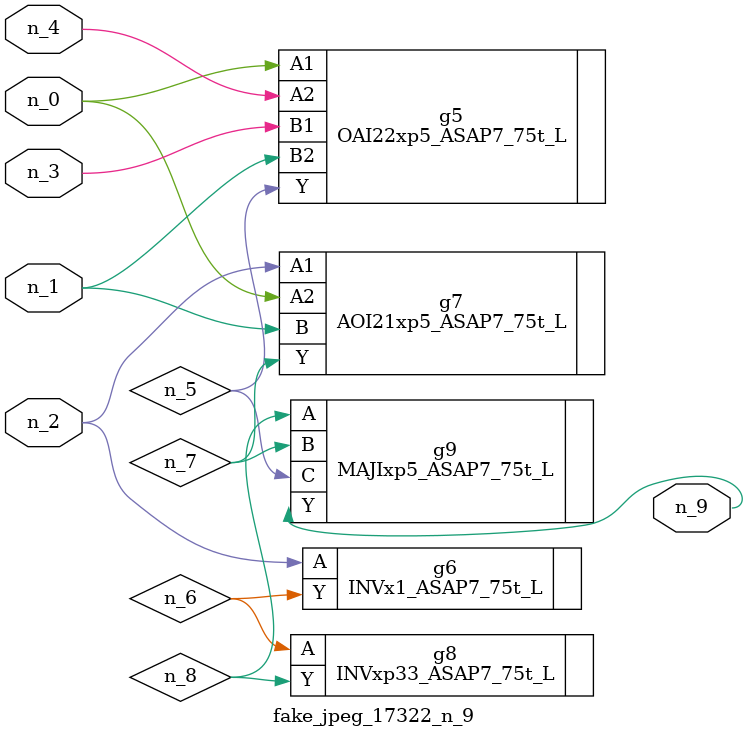
<source format=v>
module fake_jpeg_17322_n_9 (n_3, n_2, n_1, n_0, n_4, n_9);

input n_3;
input n_2;
input n_1;
input n_0;
input n_4;

output n_9;

wire n_8;
wire n_6;
wire n_5;
wire n_7;

OAI22xp5_ASAP7_75t_L g5 ( 
.A1(n_0),
.A2(n_4),
.B1(n_3),
.B2(n_1),
.Y(n_5)
);

INVx1_ASAP7_75t_L g6 ( 
.A(n_2),
.Y(n_6)
);

AOI21xp5_ASAP7_75t_L g7 ( 
.A1(n_2),
.A2(n_0),
.B(n_1),
.Y(n_7)
);

INVxp33_ASAP7_75t_L g8 ( 
.A(n_6),
.Y(n_8)
);

MAJIxp5_ASAP7_75t_L g9 ( 
.A(n_8),
.B(n_7),
.C(n_5),
.Y(n_9)
);


endmodule
</source>
